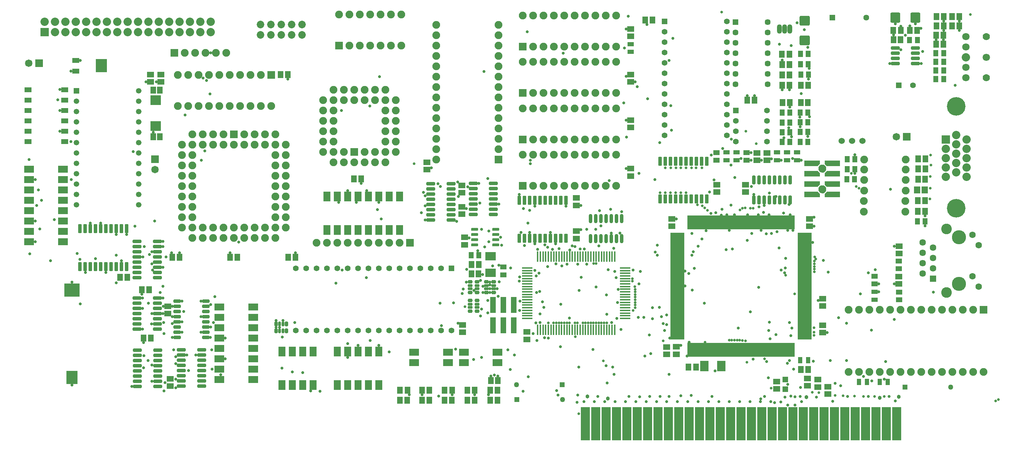
<source format=gts>
G04*
G04 #@! TF.GenerationSoftware,Altium Limited,Altium Designer,22.11.1 (43)*
G04*
G04 Layer_Color=8388736*
%FSLAX25Y25*%
%MOIN*%
G70*
G04*
G04 #@! TF.SameCoordinates,299E75B2-B623-434A-8C2F-8C8F7067A500*
G04*
G04*
G04 #@! TF.FilePolarity,Negative*
G04*
G01*
G75*
G04:AMPARAMS|DCode=22|XSize=98.43mil|YSize=15.75mil|CornerRadius=1.97mil|HoleSize=0mil|Usage=FLASHONLY|Rotation=180.000|XOffset=0mil|YOffset=0mil|HoleType=Round|Shape=RoundedRectangle|*
%AMROUNDEDRECTD22*
21,1,0.09843,0.01181,0,0,180.0*
21,1,0.09449,0.01575,0,0,180.0*
1,1,0.00394,-0.04724,0.00591*
1,1,0.00394,0.04724,0.00591*
1,1,0.00394,0.04724,-0.00591*
1,1,0.00394,-0.04724,-0.00591*
%
%ADD22ROUNDEDRECTD22*%
G04:AMPARAMS|DCode=23|XSize=98.43mil|YSize=15.75mil|CornerRadius=1.97mil|HoleSize=0mil|Usage=FLASHONLY|Rotation=90.000|XOffset=0mil|YOffset=0mil|HoleType=Round|Shape=RoundedRectangle|*
%AMROUNDEDRECTD23*
21,1,0.09843,0.01181,0,0,90.0*
21,1,0.09449,0.01575,0,0,90.0*
1,1,0.00394,0.00591,0.04724*
1,1,0.00394,0.00591,-0.04724*
1,1,0.00394,-0.00591,-0.04724*
1,1,0.00394,-0.00591,0.04724*
%
%ADD23ROUNDEDRECTD23*%
%ADD35R,0.03000X0.04000*%
G04:AMPARAMS|DCode=42|XSize=68.9mil|YSize=23.62mil|CornerRadius=2.95mil|HoleSize=0mil|Usage=FLASHONLY|Rotation=180.000|XOffset=0mil|YOffset=0mil|HoleType=Round|Shape=RoundedRectangle|*
%AMROUNDEDRECTD42*
21,1,0.06890,0.01772,0,0,180.0*
21,1,0.06299,0.02362,0,0,180.0*
1,1,0.00591,-0.03150,0.00886*
1,1,0.00591,0.03150,0.00886*
1,1,0.00591,0.03150,-0.00886*
1,1,0.00591,-0.03150,-0.00886*
%
%ADD42ROUNDEDRECTD42*%
%ADD67C,0.00000*%
%ADD68R,0.05367X0.06587*%
%ADD69R,0.05918X0.06706*%
G04:AMPARAMS|DCode=70|XSize=85.56mil|YSize=31.62mil|CornerRadius=9.91mil|HoleSize=0mil|Usage=FLASHONLY|Rotation=0.000|XOffset=0mil|YOffset=0mil|HoleType=Round|Shape=RoundedRectangle|*
%AMROUNDEDRECTD70*
21,1,0.08556,0.01181,0,0,0.0*
21,1,0.06575,0.03162,0,0,0.0*
1,1,0.01981,0.03287,-0.00591*
1,1,0.01981,-0.03287,-0.00591*
1,1,0.01981,-0.03287,0.00591*
1,1,0.01981,0.03287,0.00591*
%
%ADD70ROUNDEDRECTD70*%
%ADD71R,0.08280X0.10249*%
G04:AMPARAMS|DCode=72|XSize=85.56mil|YSize=31.62mil|CornerRadius=6.95mil|HoleSize=0mil|Usage=FLASHONLY|Rotation=0.000|XOffset=0mil|YOffset=0mil|HoleType=Round|Shape=RoundedRectangle|*
%AMROUNDEDRECTD72*
21,1,0.08556,0.01772,0,0,0.0*
21,1,0.07165,0.03162,0,0,0.0*
1,1,0.01391,0.03583,-0.00886*
1,1,0.01391,-0.03583,-0.00886*
1,1,0.01391,-0.03583,0.00886*
1,1,0.01391,0.03583,0.00886*
%
%ADD72ROUNDEDRECTD72*%
%ADD73R,0.05328X0.06509*%
%ADD74R,0.06509X0.05328*%
G04:AMPARAMS|DCode=75|XSize=70.6mil|YSize=31.62mil|CornerRadius=5.77mil|HoleSize=0mil|Usage=FLASHONLY|Rotation=180.000|XOffset=0mil|YOffset=0mil|HoleType=Round|Shape=RoundedRectangle|*
%AMROUNDEDRECTD75*
21,1,0.07060,0.02008,0,0,180.0*
21,1,0.05906,0.03162,0,0,180.0*
1,1,0.01154,-0.02953,0.01004*
1,1,0.01154,0.02953,0.01004*
1,1,0.01154,0.02953,-0.01004*
1,1,0.01154,-0.02953,-0.01004*
%
%ADD75ROUNDEDRECTD75*%
%ADD76R,0.09304X0.06784*%
%ADD77R,0.06706X0.05131*%
%ADD78R,0.04895X0.06233*%
G04:AMPARAMS|DCode=79|XSize=85.56mil|YSize=31.62mil|CornerRadius=6.95mil|HoleSize=0mil|Usage=FLASHONLY|Rotation=90.000|XOffset=0mil|YOffset=0mil|HoleType=Round|Shape=RoundedRectangle|*
%AMROUNDEDRECTD79*
21,1,0.08556,0.01772,0,0,90.0*
21,1,0.07165,0.03162,0,0,90.0*
1,1,0.01391,0.00886,0.03583*
1,1,0.01391,0.00886,-0.03583*
1,1,0.01391,-0.00886,-0.03583*
1,1,0.01391,-0.00886,0.03583*
%
%ADD79ROUNDEDRECTD79*%
%ADD80R,0.07099X0.04737*%
%ADD81R,0.10642X0.12611*%
%ADD82R,0.10249X0.08280*%
%ADD83R,0.10249X0.09461*%
G04:AMPARAMS|DCode=84|XSize=89.1mil|YSize=31.62mil|CornerRadius=6.95mil|HoleSize=0mil|Usage=FLASHONLY|Rotation=90.000|XOffset=0mil|YOffset=0mil|HoleType=Round|Shape=RoundedRectangle|*
%AMROUNDEDRECTD84*
21,1,0.08910,0.01772,0,0,90.0*
21,1,0.07520,0.03162,0,0,90.0*
1,1,0.01391,0.00886,0.03760*
1,1,0.01391,0.00886,-0.03760*
1,1,0.01391,-0.00886,-0.03760*
1,1,0.01391,-0.00886,0.03760*
%
%ADD84ROUNDEDRECTD84*%
G04:AMPARAMS|DCode=85|XSize=85.56mil|YSize=31.62mil|CornerRadius=9.91mil|HoleSize=0mil|Usage=FLASHONLY|Rotation=90.000|XOffset=0mil|YOffset=0mil|HoleType=Round|Shape=RoundedRectangle|*
%AMROUNDEDRECTD85*
21,1,0.08556,0.01181,0,0,90.0*
21,1,0.06575,0.03162,0,0,90.0*
1,1,0.01981,0.00591,0.03287*
1,1,0.01981,0.00591,-0.03287*
1,1,0.01981,-0.00591,-0.03287*
1,1,0.01981,-0.00591,0.03287*
%
%ADD85ROUNDEDRECTD85*%
%ADD86R,0.06784X0.09304*%
G04:AMPARAMS|DCode=87|XSize=44.61mil|YSize=34.77mil|CornerRadius=10.69mil|HoleSize=0mil|Usage=FLASHONLY|Rotation=0.000|XOffset=0mil|YOffset=0mil|HoleType=Round|Shape=RoundedRectangle|*
%AMROUNDEDRECTD87*
21,1,0.04461,0.01339,0,0,0.0*
21,1,0.02323,0.03477,0,0,0.0*
1,1,0.02139,0.01161,-0.00669*
1,1,0.02139,-0.01161,-0.00669*
1,1,0.02139,-0.01161,0.00669*
1,1,0.02139,0.01161,0.00669*
%
%ADD87ROUNDEDRECTD87*%
G04:AMPARAMS|DCode=88|XSize=44.61mil|YSize=26.9mil|CornerRadius=8.72mil|HoleSize=0mil|Usage=FLASHONLY|Rotation=180.000|XOffset=0mil|YOffset=0mil|HoleType=Round|Shape=RoundedRectangle|*
%AMROUNDEDRECTD88*
21,1,0.04461,0.00945,0,0,180.0*
21,1,0.02717,0.02690,0,0,180.0*
1,1,0.01745,-0.01358,0.00472*
1,1,0.01745,0.01358,0.00472*
1,1,0.01745,0.01358,-0.00472*
1,1,0.01745,-0.01358,-0.00472*
%
%ADD88ROUNDEDRECTD88*%
G04:AMPARAMS|DCode=89|XSize=44.61mil|YSize=34.77mil|CornerRadius=10.69mil|HoleSize=0mil|Usage=FLASHONLY|Rotation=270.000|XOffset=0mil|YOffset=0mil|HoleType=Round|Shape=RoundedRectangle|*
%AMROUNDEDRECTD89*
21,1,0.04461,0.01339,0,0,270.0*
21,1,0.02323,0.03477,0,0,270.0*
1,1,0.02139,-0.00669,-0.01161*
1,1,0.02139,-0.00669,0.01161*
1,1,0.02139,0.00669,0.01161*
1,1,0.02139,0.00669,-0.01161*
%
%ADD89ROUNDEDRECTD89*%
G04:AMPARAMS|DCode=90|XSize=44.61mil|YSize=26.9mil|CornerRadius=8.72mil|HoleSize=0mil|Usage=FLASHONLY|Rotation=270.000|XOffset=0mil|YOffset=0mil|HoleType=Round|Shape=RoundedRectangle|*
%AMROUNDEDRECTD90*
21,1,0.04461,0.00945,0,0,270.0*
21,1,0.02717,0.02690,0,0,270.0*
1,1,0.01745,-0.00472,-0.01358*
1,1,0.01745,-0.00472,0.01358*
1,1,0.01745,0.00472,0.01358*
1,1,0.01745,0.00472,-0.01358*
%
%ADD90ROUNDEDRECTD90*%
%ADD91R,0.06233X0.04580*%
%ADD92R,0.06233X0.04895*%
%ADD93R,0.06233X0.04422*%
%ADD94R,0.04422X0.06233*%
%ADD95R,0.06233X0.04776*%
%ADD96R,0.05328X0.05328*%
%ADD97R,0.05800X0.15288*%
%ADD98R,0.06587X0.05367*%
%ADD99R,0.05328X0.06587*%
G04:AMPARAMS|DCode=100|XSize=96.19mil|YSize=99.34mil|CornerRadius=15.02mil|HoleSize=0mil|Usage=FLASHONLY|Rotation=180.000|XOffset=0mil|YOffset=0mil|HoleType=Round|Shape=RoundedRectangle|*
%AMROUNDEDRECTD100*
21,1,0.09619,0.06929,0,0,180.0*
21,1,0.06614,0.09934,0,0,180.0*
1,1,0.03005,-0.03307,0.03465*
1,1,0.03005,0.03307,0.03465*
1,1,0.03005,0.03307,-0.03465*
1,1,0.03005,-0.03307,-0.03465*
%
%ADD100ROUNDEDRECTD100*%
G04:AMPARAMS|DCode=101|XSize=96.19mil|YSize=99.34mil|CornerRadius=15.02mil|HoleSize=0mil|Usage=FLASHONLY|Rotation=270.000|XOffset=0mil|YOffset=0mil|HoleType=Round|Shape=RoundedRectangle|*
%AMROUNDEDRECTD101*
21,1,0.09619,0.06929,0,0,270.0*
21,1,0.06614,0.09934,0,0,270.0*
1,1,0.03005,-0.03465,-0.03307*
1,1,0.03005,-0.03465,0.03307*
1,1,0.03005,0.03465,0.03307*
1,1,0.03005,0.03465,-0.03307*
%
%ADD101ROUNDEDRECTD101*%
%ADD102R,0.05721X0.06509*%
%ADD103R,0.06942X0.05682*%
%ADD104R,0.06587X0.05328*%
%ADD105R,0.14973X0.12611*%
%ADD106R,0.11036X0.12611*%
%ADD107R,0.09000X0.32000*%
%ADD108R,0.13810X0.03380*%
%ADD109R,0.03380X0.13810*%
%ADD110C,0.08000*%
%ADD111C,0.17940*%
%ADD112R,0.08000X0.08000*%
%ADD113R,0.08000X0.08000*%
%ADD114C,0.07500*%
%ADD115R,0.07500X0.07500*%
%ADD116C,0.05288*%
%ADD117R,0.05288X0.05288*%
%ADD118C,0.07611*%
%ADD119R,0.05500X0.05500*%
%ADD120C,0.05500*%
%ADD121C,0.05713*%
%ADD122R,0.05713X0.05713*%
%ADD123R,0.05500X0.05500*%
%ADD124R,0.07500X0.07500*%
%ADD125C,0.06000*%
%ADD126O,0.04895X0.08989*%
%ADD127C,0.06304*%
%ADD128C,0.13595*%
%ADD129C,0.06343*%
%ADD130R,0.06343X0.06343*%
%ADD131C,0.10249*%
%ADD132C,0.07000*%
%ADD133C,0.07090*%
%ADD134C,0.07296*%
%ADD135C,0.05000*%
%ADD136R,0.05000X0.05000*%
%ADD137C,0.07178*%
%ADD138R,0.07178X0.07178*%
%ADD139R,0.07178X0.07178*%
%ADD140R,0.05674X0.05674*%
%ADD141C,0.05674*%
%ADD142R,0.05524X0.05524*%
%ADD143C,0.05524*%
%ADD144C,0.02800*%
%ADD145C,0.02600*%
%ADD146C,0.03800*%
G36*
X754696Y209002D02*
X767460D01*
X769586Y206876D01*
Y203600D01*
X754696D01*
Y209002D01*
D02*
G37*
G36*
Y213600D02*
X767460D01*
X769586Y215726D01*
Y219002D01*
X754696D01*
Y213600D01*
D02*
G37*
G36*
X789082Y209002D02*
X776318D01*
X774192Y206876D01*
Y203600D01*
X789082D01*
Y209002D01*
D02*
G37*
G36*
Y213600D02*
X776318D01*
X774192Y215726D01*
Y219002D01*
X789082D01*
Y213600D01*
D02*
G37*
G36*
X754696Y229002D02*
X767460D01*
X769586Y226876D01*
Y223600D01*
X754696D01*
Y229002D01*
D02*
G37*
G36*
Y233600D02*
X767460D01*
X769586Y235726D01*
Y239002D01*
X754696D01*
Y233600D01*
D02*
G37*
G36*
X789082Y229002D02*
X776318D01*
X774192Y226876D01*
Y223600D01*
X789082D01*
Y229002D01*
D02*
G37*
G36*
Y233600D02*
X776318D01*
X774192Y235726D01*
Y239002D01*
X789082D01*
Y233600D01*
D02*
G37*
D22*
X487691Y86683D02*
D03*
Y89243D02*
D03*
Y91802D02*
D03*
Y94361D02*
D03*
Y96920D02*
D03*
Y99479D02*
D03*
Y102038D02*
D03*
Y104597D02*
D03*
Y107156D02*
D03*
Y109715D02*
D03*
Y112274D02*
D03*
Y114833D02*
D03*
Y117392D02*
D03*
Y119951D02*
D03*
Y125069D02*
D03*
Y127629D02*
D03*
Y132747D02*
D03*
Y135306D02*
D03*
X582179D02*
D03*
Y132747D02*
D03*
Y130187D02*
D03*
Y127629D02*
D03*
Y125069D02*
D03*
Y122510D02*
D03*
Y117392D02*
D03*
Y114833D02*
D03*
Y112274D02*
D03*
Y109715D02*
D03*
Y107156D02*
D03*
Y104597D02*
D03*
Y102038D02*
D03*
Y99479D02*
D03*
Y96920D02*
D03*
Y94361D02*
D03*
Y91802D02*
D03*
Y89243D02*
D03*
Y86683D02*
D03*
X487691Y122510D02*
D03*
X582179Y119951D02*
D03*
X487691Y130187D02*
D03*
D23*
X497829Y146428D02*
D03*
X500388D02*
D03*
X502947D02*
D03*
X505506D02*
D03*
X508065D02*
D03*
X510624D02*
D03*
X513183D02*
D03*
X515742D02*
D03*
X518301D02*
D03*
X520860D02*
D03*
X523419D02*
D03*
X525979D02*
D03*
X528538D02*
D03*
X531097D02*
D03*
X533656D02*
D03*
X536215D02*
D03*
X538774D02*
D03*
X541333D02*
D03*
X543892D02*
D03*
X546451D02*
D03*
X549010D02*
D03*
X551569D02*
D03*
X554128D02*
D03*
X556687D02*
D03*
X559246D02*
D03*
X561805D02*
D03*
X564364D02*
D03*
X566923D02*
D03*
X572042D02*
D03*
X571943Y75561D02*
D03*
X569384D02*
D03*
X564266D02*
D03*
X561707D02*
D03*
X559148D02*
D03*
X556589D02*
D03*
X554030D02*
D03*
X551471D02*
D03*
X548912D02*
D03*
X546353D02*
D03*
X543794D02*
D03*
X541234D02*
D03*
X538675D02*
D03*
X536116D02*
D03*
X533557D02*
D03*
X528439D02*
D03*
X525880D02*
D03*
X523321D02*
D03*
X520762D02*
D03*
X518203D02*
D03*
X515644D02*
D03*
X513085D02*
D03*
X510526D02*
D03*
X507967D02*
D03*
X505506D02*
D03*
X502947D02*
D03*
X500388D02*
D03*
X497829D02*
D03*
X530998D02*
D03*
X566825D02*
D03*
X569482Y146428D02*
D03*
D35*
X762141Y236301D02*
D03*
X781637D02*
D03*
X762141Y226302D02*
D03*
X781637D02*
D03*
X762141Y216301D02*
D03*
X781637D02*
D03*
X762141Y206301D02*
D03*
X781637D02*
D03*
D42*
X436923Y172530D02*
D03*
Y157530D02*
D03*
Y162530D02*
D03*
Y167530D02*
D03*
X457199Y172530D02*
D03*
Y167530D02*
D03*
Y162530D02*
D03*
Y157530D02*
D03*
D67*
X775495Y211301D02*
X775361Y212274D01*
X774970Y213175D01*
X774350Y213937D01*
X773548Y214503D01*
X772623Y214832D01*
X771643Y214899D01*
X770681Y214699D01*
X769809Y214247D01*
X769092Y213577D01*
X768581Y212738D01*
X768317Y211792D01*
Y210810D01*
X768581Y209865D01*
X769092Y209026D01*
X769809Y208355D01*
X770681Y207904D01*
X771643Y207704D01*
X772623Y207771D01*
X773548Y208100D01*
X774350Y208666D01*
X774970Y209428D01*
X775361Y210329D01*
X775495Y211301D01*
Y231301D02*
X775361Y232274D01*
X774970Y233175D01*
X774350Y233937D01*
X773548Y234503D01*
X772623Y234832D01*
X771643Y234899D01*
X770681Y234699D01*
X769809Y234247D01*
X769092Y233577D01*
X768581Y232738D01*
X768317Y231792D01*
Y230810D01*
X768581Y229865D01*
X769092Y229026D01*
X769809Y228355D01*
X770681Y227904D01*
X771643Y227704D01*
X772623Y227771D01*
X773548Y228100D01*
X774350Y228666D01*
X774970Y229428D01*
X775361Y230328D01*
X775495Y231301D01*
D68*
X863937Y190102D02*
D03*
X870866D02*
D03*
X864017Y200351D02*
D03*
X870946D02*
D03*
X864197Y220839D02*
D03*
X871126D02*
D03*
X864267Y230888D02*
D03*
X871196D02*
D03*
X864307Y240667D02*
D03*
X871236D02*
D03*
X433952Y129579D02*
D03*
X440842D02*
D03*
X433996Y138721D02*
D03*
X440886D02*
D03*
X840623Y355756D02*
D03*
X847512D02*
D03*
X863283Y364531D02*
D03*
X856354D02*
D03*
X758071Y295095D02*
D03*
X751181D02*
D03*
X733434Y311656D02*
D03*
X740324D02*
D03*
X733690Y294885D02*
D03*
X740580D02*
D03*
X733434Y321668D02*
D03*
X740324D02*
D03*
X208352Y145586D02*
D03*
X201462D02*
D03*
X751344Y37238D02*
D03*
X758273D02*
D03*
D69*
X863290Y210499D02*
D03*
X870771D02*
D03*
D70*
X131188Y106267D02*
D03*
Y101267D02*
D03*
Y96267D02*
D03*
Y91267D02*
D03*
Y86267D02*
D03*
Y76267D02*
D03*
X111699Y81267D02*
D03*
Y91267D02*
D03*
Y101267D02*
D03*
Y86267D02*
D03*
Y96267D02*
D03*
Y76267D02*
D03*
X131188Y81267D02*
D03*
X111699Y106267D02*
D03*
X455067Y216972D02*
D03*
Y186972D02*
D03*
Y191972D02*
D03*
Y196973D02*
D03*
Y201973D02*
D03*
Y206973D02*
D03*
Y211972D02*
D03*
X435579Y216972D02*
D03*
Y211972D02*
D03*
Y206973D02*
D03*
Y201973D02*
D03*
Y196973D02*
D03*
Y191972D02*
D03*
Y186972D02*
D03*
D71*
X658469Y40530D02*
D03*
X674611D02*
D03*
D72*
X112074Y21130D02*
D03*
Y56130D02*
D03*
Y51130D02*
D03*
Y46130D02*
D03*
Y41130D02*
D03*
Y36130D02*
D03*
Y31130D02*
D03*
Y26130D02*
D03*
X131562Y21130D02*
D03*
Y26130D02*
D03*
Y31130D02*
D03*
Y36130D02*
D03*
Y41130D02*
D03*
Y46130D02*
D03*
Y51130D02*
D03*
Y56130D02*
D03*
X173867Y56370D02*
D03*
Y51370D02*
D03*
Y46370D02*
D03*
Y41370D02*
D03*
Y36370D02*
D03*
Y31370D02*
D03*
Y26370D02*
D03*
Y21370D02*
D03*
X154379Y26370D02*
D03*
Y31370D02*
D03*
Y46370D02*
D03*
Y51370D02*
D03*
Y56370D02*
D03*
Y21370D02*
D03*
Y36370D02*
D03*
Y41370D02*
D03*
X842375Y332523D02*
D03*
X861823Y347523D02*
D03*
Y342523D02*
D03*
Y337523D02*
D03*
Y332523D02*
D03*
X842375Y337523D02*
D03*
Y342523D02*
D03*
Y347523D02*
D03*
X414323Y216775D02*
D03*
Y211775D02*
D03*
Y206775D02*
D03*
Y201776D02*
D03*
Y196775D02*
D03*
Y191776D02*
D03*
Y186776D02*
D03*
Y181775D02*
D03*
X394835Y186776D02*
D03*
Y191776D02*
D03*
Y196775D02*
D03*
Y206775D02*
D03*
Y211775D02*
D03*
Y216775D02*
D03*
Y181775D02*
D03*
Y201776D02*
D03*
X131330Y160900D02*
D03*
Y125900D02*
D03*
Y130900D02*
D03*
Y135900D02*
D03*
Y140900D02*
D03*
Y145900D02*
D03*
Y150900D02*
D03*
Y155900D02*
D03*
X111842Y160900D02*
D03*
Y155900D02*
D03*
Y150900D02*
D03*
Y145900D02*
D03*
Y140900D02*
D03*
Y135900D02*
D03*
Y130900D02*
D03*
Y125900D02*
D03*
D73*
X117900Y67579D02*
D03*
X124987D02*
D03*
X116375Y114235D02*
D03*
X123461D02*
D03*
X250010Y321858D02*
D03*
X257097D02*
D03*
X881695Y360092D02*
D03*
X888782D02*
D03*
X152779Y145625D02*
D03*
X145693D02*
D03*
X264279D02*
D03*
X257192D02*
D03*
X601296Y374630D02*
D03*
X608382D02*
D03*
X733170Y341652D02*
D03*
X740257D02*
D03*
X699677Y297401D02*
D03*
X706764D02*
D03*
X896874Y377862D02*
D03*
X903961D02*
D03*
X896874Y368965D02*
D03*
X903961D02*
D03*
X882008Y377900D02*
D03*
X889094D02*
D03*
X881923Y368965D02*
D03*
X889010D02*
D03*
X840445Y364604D02*
D03*
X847532D02*
D03*
X751181Y311799D02*
D03*
X758268D02*
D03*
X733257Y331641D02*
D03*
X740344D02*
D03*
X643167Y39590D02*
D03*
X650253D02*
D03*
X459024Y17401D02*
D03*
X451937D02*
D03*
X459001Y7769D02*
D03*
X451915D02*
D03*
X430004D02*
D03*
X437090D02*
D03*
X430049Y17401D02*
D03*
X437135D02*
D03*
X408160D02*
D03*
X415247D02*
D03*
X408093Y7769D02*
D03*
X415179D02*
D03*
X393268D02*
D03*
X386181D02*
D03*
X393358Y17401D02*
D03*
X386272D02*
D03*
X365057Y7735D02*
D03*
X372144D02*
D03*
X365169Y17401D02*
D03*
X372256D02*
D03*
X320671Y221210D02*
D03*
X327757D02*
D03*
X102362Y126399D02*
D03*
X95276D02*
D03*
D74*
X143549Y28363D02*
D03*
Y21277D02*
D03*
X141209Y98373D02*
D03*
Y91287D02*
D03*
X697915Y208540D02*
D03*
Y215626D02*
D03*
X587318Y365998D02*
D03*
Y358912D02*
D03*
X425249Y80276D02*
D03*
Y73190D02*
D03*
X670306Y215626D02*
D03*
Y208540D02*
D03*
X391065Y237361D02*
D03*
Y230274D02*
D03*
X124740Y314941D02*
D03*
Y322028D02*
D03*
X134802Y314941D02*
D03*
Y322028D02*
D03*
X427183Y157747D02*
D03*
Y164833D02*
D03*
X487249Y73513D02*
D03*
Y66427D02*
D03*
X424746Y187307D02*
D03*
Y194394D02*
D03*
X424746Y207926D02*
D03*
Y215013D02*
D03*
X535073Y163720D02*
D03*
Y170807D02*
D03*
X626869Y175487D02*
D03*
Y182573D02*
D03*
X587318Y314967D02*
D03*
Y322054D02*
D03*
X587318Y278109D02*
D03*
Y271023D02*
D03*
Y224115D02*
D03*
Y231202D02*
D03*
X759645Y175487D02*
D03*
Y182573D02*
D03*
X535073Y202828D02*
D03*
Y195742D02*
D03*
X777309Y13615D02*
D03*
Y20702D02*
D03*
X767760Y20405D02*
D03*
Y27492D02*
D03*
X772204Y105578D02*
D03*
Y98492D02*
D03*
X772204Y72945D02*
D03*
Y80032D02*
D03*
X631330Y59191D02*
D03*
Y52105D02*
D03*
D75*
X177883Y68397D02*
D03*
Y73397D02*
D03*
Y78397D02*
D03*
Y83397D02*
D03*
Y88397D02*
D03*
Y93397D02*
D03*
Y98397D02*
D03*
Y103397D02*
D03*
X150363Y68397D02*
D03*
Y78397D02*
D03*
Y73397D02*
D03*
Y83397D02*
D03*
Y98397D02*
D03*
Y88397D02*
D03*
Y93397D02*
D03*
Y103397D02*
D03*
D76*
X223529Y27756D02*
D03*
Y37756D02*
D03*
Y47756D02*
D03*
Y57756D02*
D03*
Y67756D02*
D03*
Y77756D02*
D03*
Y87756D02*
D03*
Y97756D02*
D03*
X191009D02*
D03*
Y87756D02*
D03*
Y77756D02*
D03*
Y67756D02*
D03*
Y57756D02*
D03*
Y47756D02*
D03*
Y37756D02*
D03*
Y27756D02*
D03*
X7829Y230570D02*
D03*
X40349D02*
D03*
X7829Y220570D02*
D03*
X40349D02*
D03*
X7829Y210570D02*
D03*
X40349D02*
D03*
X7829Y200570D02*
D03*
X40349D02*
D03*
X7829Y190570D02*
D03*
X40349D02*
D03*
X7829Y180570D02*
D03*
X40349D02*
D03*
X7829Y170570D02*
D03*
X40349D02*
D03*
X7829Y160570D02*
D03*
X40349D02*
D03*
X459087Y53855D02*
D03*
Y43855D02*
D03*
X426568D02*
D03*
Y53855D02*
D03*
X411201D02*
D03*
Y43855D02*
D03*
X378681D02*
D03*
Y53855D02*
D03*
D77*
X41873Y257456D02*
D03*
X6834D02*
D03*
X41873Y267457D02*
D03*
X6834D02*
D03*
X41873Y277456D02*
D03*
X6834D02*
D03*
X41873Y287456D02*
D03*
X6834D02*
D03*
X41873Y297457D02*
D03*
X6834D02*
D03*
X41873Y307456D02*
D03*
X6834D02*
D03*
D78*
X803165Y221008D02*
D03*
X795763D02*
D03*
X863720Y180281D02*
D03*
X871122D02*
D03*
X441142Y147686D02*
D03*
X433740D02*
D03*
X881471Y326025D02*
D03*
X888873D02*
D03*
X881471Y317669D02*
D03*
X888873D02*
D03*
X881471Y334380D02*
D03*
X888873D02*
D03*
Y342736D02*
D03*
X881471D02*
D03*
X856118Y355467D02*
D03*
X863519D02*
D03*
X751181Y321807D02*
D03*
X758583D02*
D03*
X758471Y331953D02*
D03*
X751069D02*
D03*
X758471Y342099D02*
D03*
X751069D02*
D03*
X740836Y256881D02*
D03*
X733434D02*
D03*
X758071Y257091D02*
D03*
X750669D02*
D03*
X758071Y266548D02*
D03*
X750669D02*
D03*
Y276005D02*
D03*
X758071D02*
D03*
X750669Y285461D02*
D03*
X758071D02*
D03*
X740836Y266338D02*
D03*
X733434D02*
D03*
Y275795D02*
D03*
X740836D02*
D03*
Y285251D02*
D03*
X733434D02*
D03*
X796082Y230718D02*
D03*
X803484D02*
D03*
X796082Y240350D02*
D03*
X803484D02*
D03*
D79*
X706029Y220402D02*
D03*
X711029D02*
D03*
X716029D02*
D03*
X721029D02*
D03*
X726029D02*
D03*
X731029D02*
D03*
X736029D02*
D03*
X741029D02*
D03*
X736029Y200913D02*
D03*
X731029D02*
D03*
X726029D02*
D03*
X721029D02*
D03*
X716029D02*
D03*
X711029D02*
D03*
X706029D02*
D03*
X741029D02*
D03*
D80*
X52685Y335635D02*
D03*
Y325398D02*
D03*
D81*
X77291Y330517D02*
D03*
D82*
X452463Y130483D02*
D03*
Y146625D02*
D03*
D83*
X129778Y297160D02*
D03*
Y272356D02*
D03*
D84*
X56739Y173168D02*
D03*
X61739D02*
D03*
X66739D02*
D03*
X71739D02*
D03*
X76739D02*
D03*
X81739D02*
D03*
X86739D02*
D03*
X91739D02*
D03*
X96739D02*
D03*
X101739D02*
D03*
Y136632D02*
D03*
X96739D02*
D03*
X91739D02*
D03*
X86739D02*
D03*
X81739D02*
D03*
X76739D02*
D03*
X71739D02*
D03*
X66739D02*
D03*
X61739D02*
D03*
X56739D02*
D03*
X660819Y201822D02*
D03*
X655819D02*
D03*
X650819D02*
D03*
X645819D02*
D03*
X640819D02*
D03*
X635819D02*
D03*
X630819D02*
D03*
X625819D02*
D03*
X620819D02*
D03*
X615819D02*
D03*
X620819Y238358D02*
D03*
X625819D02*
D03*
X630819D02*
D03*
X635819D02*
D03*
X640819D02*
D03*
X645819D02*
D03*
X650819D02*
D03*
X655819D02*
D03*
X660819D02*
D03*
X615819D02*
D03*
X524929Y200650D02*
D03*
X479929D02*
D03*
X514929Y164115D02*
D03*
X509929D02*
D03*
X519929Y200650D02*
D03*
X514929D02*
D03*
X509929D02*
D03*
X504929D02*
D03*
X499929D02*
D03*
X494929D02*
D03*
X489929D02*
D03*
X484929D02*
D03*
X479929Y164115D02*
D03*
X484929D02*
D03*
X489929D02*
D03*
X494929D02*
D03*
X499929D02*
D03*
X504929D02*
D03*
X519929D02*
D03*
X524929D02*
D03*
D85*
X548750Y182984D02*
D03*
X553750D02*
D03*
X558750D02*
D03*
X563750D02*
D03*
X568750D02*
D03*
X573750D02*
D03*
X578750D02*
D03*
X573750Y163496D02*
D03*
X568750D02*
D03*
X563750D02*
D03*
X558750D02*
D03*
X553750D02*
D03*
X548750D02*
D03*
X578750D02*
D03*
D86*
X344759Y22230D02*
D03*
X334759D02*
D03*
X324759D02*
D03*
X314759D02*
D03*
X304759D02*
D03*
Y54750D02*
D03*
X314759D02*
D03*
X324759D02*
D03*
X334759D02*
D03*
X344759D02*
D03*
X251441Y22230D02*
D03*
X261441D02*
D03*
X271441D02*
D03*
X281441D02*
D03*
Y54750D02*
D03*
X271441D02*
D03*
X261441D02*
D03*
X251441D02*
D03*
X364559Y204331D02*
D03*
Y171811D02*
D03*
X354559Y204331D02*
D03*
Y171811D02*
D03*
X344559Y204331D02*
D03*
Y171811D02*
D03*
X334559Y204331D02*
D03*
Y171811D02*
D03*
X324559Y204331D02*
D03*
Y171811D02*
D03*
X314559Y204331D02*
D03*
Y171811D02*
D03*
X304559Y204331D02*
D03*
Y171811D02*
D03*
X294559Y204331D02*
D03*
Y171811D02*
D03*
D87*
X432571Y111622D02*
D03*
X439422D02*
D03*
Y121858D02*
D03*
X432571D02*
D03*
X448349Y111726D02*
D03*
Y121962D02*
D03*
X455199D02*
D03*
Y111726D02*
D03*
X439422Y103924D02*
D03*
Y93688D02*
D03*
X432571D02*
D03*
Y103924D02*
D03*
D88*
X439422Y115165D02*
D03*
Y118315D02*
D03*
X432571D02*
D03*
Y115165D02*
D03*
X448349Y115270D02*
D03*
Y118419D02*
D03*
X455199D02*
D03*
Y115270D02*
D03*
X439422Y100381D02*
D03*
Y97231D02*
D03*
X432571D02*
D03*
Y100381D02*
D03*
D89*
X245522Y81438D02*
D03*
X255758D02*
D03*
Y74587D02*
D03*
X245522D02*
D03*
D90*
X249065Y81438D02*
D03*
X252215D02*
D03*
Y74587D02*
D03*
X249065D02*
D03*
D91*
X464575Y128598D02*
D03*
Y136299D02*
D03*
D92*
X845823Y134660D02*
D03*
Y142062D02*
D03*
X845867Y104534D02*
D03*
Y111935D02*
D03*
X822230Y119845D02*
D03*
Y127247D02*
D03*
D93*
X587318Y343940D02*
D03*
Y351459D02*
D03*
X747668Y246834D02*
D03*
Y239314D02*
D03*
X822230Y104644D02*
D03*
Y112164D02*
D03*
X737969Y246834D02*
D03*
Y239314D02*
D03*
X728269Y246834D02*
D03*
Y239314D02*
D03*
X689469Y246834D02*
D03*
Y239314D02*
D03*
X679770D02*
D03*
Y246834D02*
D03*
D94*
X827339Y25298D02*
D03*
X834859D02*
D03*
X807399D02*
D03*
X814919D02*
D03*
X750814Y46467D02*
D03*
X758334D02*
D03*
D95*
X699169Y246656D02*
D03*
Y239176D02*
D03*
X670070Y246656D02*
D03*
Y239176D02*
D03*
D96*
X736280Y27590D02*
D03*
Y18338D02*
D03*
D97*
X454575Y79989D02*
D03*
Y99477D02*
D03*
X464575Y79989D02*
D03*
Y99477D02*
D03*
X474575Y79989D02*
D03*
Y99477D02*
D03*
D98*
X845790Y120101D02*
D03*
Y126991D02*
D03*
X845890Y156203D02*
D03*
Y149313D02*
D03*
X718746Y239432D02*
D03*
Y246361D02*
D03*
X709046Y239432D02*
D03*
Y246361D02*
D03*
X757682Y28699D02*
D03*
Y21770D02*
D03*
D99*
X881688Y351269D02*
D03*
X888617D02*
D03*
X459444Y26663D02*
D03*
X452515D02*
D03*
D100*
X842412Y377067D02*
D03*
X861586D02*
D03*
D101*
X754882Y374079D02*
D03*
Y354906D02*
D03*
D102*
X133799Y261897D02*
D03*
X127303D02*
D03*
X127220Y306914D02*
D03*
X133716D02*
D03*
D103*
X728043Y25574D02*
D03*
Y18605D02*
D03*
D104*
X622157Y52040D02*
D03*
Y58969D02*
D03*
D105*
X48880Y113963D02*
D03*
D106*
Y29711D02*
D03*
D107*
X813589Y-14993D02*
D03*
X543589D02*
D03*
X553589D02*
D03*
X563589D02*
D03*
X573589D02*
D03*
X583589D02*
D03*
X593589D02*
D03*
X603589D02*
D03*
X613589D02*
D03*
X623589D02*
D03*
X633589D02*
D03*
X643589D02*
D03*
X653589D02*
D03*
X663589D02*
D03*
X673589D02*
D03*
X683589D02*
D03*
X693589D02*
D03*
X703589D02*
D03*
X713589D02*
D03*
X723589D02*
D03*
X733589D02*
D03*
X743589D02*
D03*
X753589D02*
D03*
X763589D02*
D03*
X773589D02*
D03*
X783589D02*
D03*
X793589D02*
D03*
X803589D02*
D03*
X823589D02*
D03*
X833589D02*
D03*
X843589D02*
D03*
D108*
X755139Y70407D02*
D03*
Y72967D02*
D03*
Y75527D02*
D03*
Y78087D02*
D03*
Y80647D02*
D03*
Y85757D02*
D03*
Y88317D02*
D03*
Y90877D02*
D03*
Y93437D02*
D03*
Y95997D02*
D03*
Y98557D02*
D03*
Y101117D02*
D03*
Y103677D02*
D03*
Y106237D02*
D03*
Y108797D02*
D03*
Y111357D02*
D03*
Y113907D02*
D03*
Y116467D02*
D03*
Y119027D02*
D03*
Y121587D02*
D03*
Y126707D02*
D03*
Y129267D02*
D03*
Y131827D02*
D03*
Y134387D02*
D03*
Y136947D02*
D03*
Y139497D02*
D03*
Y142057D02*
D03*
Y144617D02*
D03*
Y147177D02*
D03*
Y149737D02*
D03*
Y152297D02*
D03*
Y154857D02*
D03*
Y157417D02*
D03*
Y159977D02*
D03*
Y162537D02*
D03*
Y165097D02*
D03*
Y167647D02*
D03*
X632299D02*
D03*
Y165087D02*
D03*
Y162527D02*
D03*
Y159967D02*
D03*
Y157407D02*
D03*
Y154857D02*
D03*
Y152297D02*
D03*
Y149737D02*
D03*
Y147177D02*
D03*
Y144617D02*
D03*
Y142057D02*
D03*
Y139497D02*
D03*
Y136937D02*
D03*
Y134377D02*
D03*
Y131817D02*
D03*
Y129267D02*
D03*
Y126707D02*
D03*
Y124147D02*
D03*
Y121587D02*
D03*
Y119027D02*
D03*
Y113907D02*
D03*
Y111347D02*
D03*
Y108787D02*
D03*
Y106227D02*
D03*
Y103667D02*
D03*
Y101117D02*
D03*
Y98557D02*
D03*
Y95997D02*
D03*
Y93437D02*
D03*
Y90877D02*
D03*
Y88317D02*
D03*
Y85757D02*
D03*
Y83197D02*
D03*
Y80637D02*
D03*
Y78077D02*
D03*
Y75527D02*
D03*
Y72967D02*
D03*
Y70407D02*
D03*
Y67847D02*
D03*
Y116467D02*
D03*
X755139Y67847D02*
D03*
Y83207D02*
D03*
Y124147D02*
D03*
D109*
X692439Y179167D02*
D03*
X689879D02*
D03*
X687319D02*
D03*
X684759D02*
D03*
X682199D02*
D03*
X679639D02*
D03*
X677089D02*
D03*
X674529D02*
D03*
X671969D02*
D03*
X669409D02*
D03*
X666849D02*
D03*
X664289D02*
D03*
X661729D02*
D03*
X659169D02*
D03*
X656609D02*
D03*
X654049D02*
D03*
X651499D02*
D03*
X648939D02*
D03*
X738499D02*
D03*
X735939D02*
D03*
X733389D02*
D03*
X730829D02*
D03*
X728269D02*
D03*
X725709D02*
D03*
X718029D02*
D03*
X715469D02*
D03*
X712909D02*
D03*
X710349D02*
D03*
X707799D02*
D03*
X705239D02*
D03*
X702679D02*
D03*
X697559D02*
D03*
X648939Y56327D02*
D03*
X651499D02*
D03*
X654049D02*
D03*
X659169D02*
D03*
X664289D02*
D03*
X666849D02*
D03*
X669409D02*
D03*
X671969D02*
D03*
X674529D02*
D03*
X677089D02*
D03*
X679639D02*
D03*
X682199D02*
D03*
X684759D02*
D03*
X687319D02*
D03*
X689879D02*
D03*
X692439D02*
D03*
X694999D02*
D03*
X697559D02*
D03*
X702679D02*
D03*
X705239D02*
D03*
X707789D02*
D03*
X710349D02*
D03*
X712909D02*
D03*
X715469D02*
D03*
X718029D02*
D03*
X720589D02*
D03*
X723149D02*
D03*
X725709D02*
D03*
X728269D02*
D03*
X730829D02*
D03*
X733379D02*
D03*
X735939D02*
D03*
X738499D02*
D03*
X741059D02*
D03*
X694999Y179167D02*
D03*
X643819Y56327D02*
D03*
X656609D02*
D03*
X646379D02*
D03*
X661729D02*
D03*
X700119D02*
D03*
X646379Y179167D02*
D03*
X643819D02*
D03*
X741059D02*
D03*
X720589D02*
D03*
X700119D02*
D03*
X723149D02*
D03*
X743619Y56327D02*
D03*
Y179167D02*
D03*
D110*
X901000Y263740D02*
D03*
Y254720D02*
D03*
Y245700D02*
D03*
Y227670D02*
D03*
X891000Y223160D02*
D03*
Y241200D02*
D03*
Y250250D02*
D03*
X911000Y223160D02*
D03*
Y232180D02*
D03*
Y241200D02*
D03*
Y250250D02*
D03*
Y259270D02*
D03*
X901000Y236690D02*
D03*
X891000Y232180D02*
D03*
X112719Y363090D02*
D03*
X122719D02*
D03*
X92719D02*
D03*
X142719D02*
D03*
X162719D02*
D03*
X132719D02*
D03*
X42719D02*
D03*
X52719D02*
D03*
X82719D02*
D03*
X72719D02*
D03*
X172719D02*
D03*
X182719Y373090D02*
D03*
Y363090D02*
D03*
X172719Y373090D02*
D03*
X162719D02*
D03*
X152719D02*
D03*
Y363090D02*
D03*
X142719Y373090D02*
D03*
X132719D02*
D03*
X122719D02*
D03*
X112719D02*
D03*
X102719D02*
D03*
Y363090D02*
D03*
X92719Y373090D02*
D03*
X82719D02*
D03*
X72719D02*
D03*
X62719D02*
D03*
Y363090D02*
D03*
X52719Y373090D02*
D03*
X42719D02*
D03*
X32719D02*
D03*
Y363090D02*
D03*
X22719Y373090D02*
D03*
X910417Y338799D02*
D03*
D111*
X901000Y291370D02*
D03*
Y192990D02*
D03*
D112*
X891000Y259270D02*
D03*
D113*
X22719Y363090D02*
D03*
D114*
X460176Y370061D02*
D03*
Y250061D02*
D03*
Y260061D02*
D03*
Y270061D02*
D03*
Y280061D02*
D03*
Y290061D02*
D03*
Y300061D02*
D03*
Y310061D02*
D03*
Y320061D02*
D03*
Y330061D02*
D03*
Y340061D02*
D03*
Y350061D02*
D03*
Y360061D02*
D03*
X400176Y370061D02*
D03*
Y360061D02*
D03*
Y350061D02*
D03*
Y340061D02*
D03*
Y330061D02*
D03*
Y320061D02*
D03*
Y310061D02*
D03*
Y300061D02*
D03*
Y290061D02*
D03*
Y280061D02*
D03*
Y270061D02*
D03*
Y260061D02*
D03*
Y250061D02*
D03*
Y240061D02*
D03*
X852371Y230298D02*
D03*
X812371D02*
D03*
X215051Y254355D02*
D03*
Y264355D02*
D03*
X225051Y254355D02*
D03*
X235051D02*
D03*
Y264355D02*
D03*
X245051Y254355D02*
D03*
Y264355D02*
D03*
X255051Y254355D02*
D03*
Y244355D02*
D03*
X245051Y234355D02*
D03*
X255051D02*
D03*
X245051Y224355D02*
D03*
Y214355D02*
D03*
X255051D02*
D03*
X245051Y204355D02*
D03*
Y194355D02*
D03*
X255051D02*
D03*
X245051Y184355D02*
D03*
X255051D02*
D03*
Y174355D02*
D03*
X245051Y164355D02*
D03*
X235051Y174355D02*
D03*
Y164355D02*
D03*
X225051Y174355D02*
D03*
Y164355D02*
D03*
X215051Y174355D02*
D03*
Y164355D02*
D03*
X195051Y174355D02*
D03*
Y164355D02*
D03*
X185051Y174355D02*
D03*
Y164355D02*
D03*
X175051D02*
D03*
X165051Y174355D02*
D03*
Y164355D02*
D03*
X155051Y174355D02*
D03*
X165051Y184355D02*
D03*
X155051D02*
D03*
X165051Y194355D02*
D03*
X155051D02*
D03*
Y204355D02*
D03*
X165051Y214355D02*
D03*
X155051D02*
D03*
X165051Y224355D02*
D03*
Y234355D02*
D03*
X155051D02*
D03*
X165051Y244355D02*
D03*
Y254355D02*
D03*
X155051D02*
D03*
X175051D02*
D03*
Y264355D02*
D03*
X185051Y254355D02*
D03*
Y264355D02*
D03*
X195051Y254355D02*
D03*
Y264355D02*
D03*
X205051Y254355D02*
D03*
X155051Y244355D02*
D03*
Y224355D02*
D03*
X165051Y264355D02*
D03*
Y204355D02*
D03*
X205051Y174355D02*
D03*
X175051D02*
D03*
X205051Y164355D02*
D03*
X225051Y264355D02*
D03*
X245051Y244355D02*
D03*
Y174355D02*
D03*
X255051Y224355D02*
D03*
Y204355D02*
D03*
X231092Y291703D02*
D03*
X221092D02*
D03*
X211092D02*
D03*
X201092D02*
D03*
X191092D02*
D03*
X181092D02*
D03*
X171092D02*
D03*
X161092D02*
D03*
X151092D02*
D03*
Y321703D02*
D03*
X161092D02*
D03*
X171092D02*
D03*
X181092D02*
D03*
X191092D02*
D03*
X201092D02*
D03*
X211092D02*
D03*
X221092D02*
D03*
X231092D02*
D03*
X241092Y291703D02*
D03*
X366451Y349811D02*
D03*
X306451Y379811D02*
D03*
X316451D02*
D03*
X326451D02*
D03*
X336451D02*
D03*
X346451D02*
D03*
X356451D02*
D03*
X366451D02*
D03*
X356451Y349811D02*
D03*
X346451D02*
D03*
X336451D02*
D03*
X326451D02*
D03*
X316451D02*
D03*
X301125Y307329D02*
D03*
X331125D02*
D03*
X321125Y297329D02*
D03*
X341125D02*
D03*
X321125Y237329D02*
D03*
X311125Y247329D02*
D03*
Y237329D02*
D03*
X301125Y247329D02*
D03*
Y237329D02*
D03*
X291125Y247329D02*
D03*
X301125Y257329D02*
D03*
X291125D02*
D03*
X301125Y267329D02*
D03*
X291125D02*
D03*
X301125Y277329D02*
D03*
X291125D02*
D03*
X301125Y287329D02*
D03*
X291125D02*
D03*
X301125Y297329D02*
D03*
X291125D02*
D03*
X311125D02*
D03*
Y307329D02*
D03*
X321125D02*
D03*
X331125Y297329D02*
D03*
X341125Y307329D02*
D03*
X351125Y297329D02*
D03*
Y307329D02*
D03*
X361125Y297329D02*
D03*
X351125Y287329D02*
D03*
X361125D02*
D03*
X351125Y277329D02*
D03*
X361125D02*
D03*
X351125Y267329D02*
D03*
X361125D02*
D03*
X351125Y257329D02*
D03*
X361125D02*
D03*
X351125Y247329D02*
D03*
X361125D02*
D03*
X351125Y237329D02*
D03*
X341125Y247329D02*
D03*
Y237329D02*
D03*
X331125Y247329D02*
D03*
Y237329D02*
D03*
X797339Y95067D02*
D03*
X847339Y35067D02*
D03*
X917339Y95067D02*
D03*
X907339D02*
D03*
X897339D02*
D03*
X887339D02*
D03*
X877339D02*
D03*
X867339D02*
D03*
X857339D02*
D03*
X847339D02*
D03*
X837339D02*
D03*
X827339D02*
D03*
X817339D02*
D03*
X807339D02*
D03*
X797339Y35067D02*
D03*
X807339D02*
D03*
X817339D02*
D03*
X827339D02*
D03*
X837339D02*
D03*
X857339D02*
D03*
X867339D02*
D03*
X877339D02*
D03*
X887339D02*
D03*
X897339D02*
D03*
X907339D02*
D03*
X917339D02*
D03*
X927339D02*
D03*
X493485Y244686D02*
D03*
X503485D02*
D03*
X513485D02*
D03*
X533485D02*
D03*
X543485D02*
D03*
X553485D02*
D03*
X563485D02*
D03*
X573485D02*
D03*
Y214686D02*
D03*
X563485D02*
D03*
X553485D02*
D03*
X543485D02*
D03*
X533485D02*
D03*
X523485D02*
D03*
X513485D02*
D03*
X503485D02*
D03*
X493485D02*
D03*
X483485Y244686D02*
D03*
X523485D02*
D03*
Y289451D02*
D03*
X483485D02*
D03*
X493485Y259451D02*
D03*
X503485D02*
D03*
X513485D02*
D03*
X523485D02*
D03*
X533485D02*
D03*
X543485D02*
D03*
X553485D02*
D03*
X563485D02*
D03*
X573485D02*
D03*
Y289451D02*
D03*
X563485D02*
D03*
X553485D02*
D03*
X543485D02*
D03*
X533485D02*
D03*
X513485D02*
D03*
X503485D02*
D03*
X493485D02*
D03*
X523485Y378981D02*
D03*
X483485D02*
D03*
X493485D02*
D03*
X503485D02*
D03*
X513485D02*
D03*
X533485D02*
D03*
X543485D02*
D03*
X553485D02*
D03*
X563485D02*
D03*
X573485D02*
D03*
Y348981D02*
D03*
X563485D02*
D03*
X553485D02*
D03*
X543485D02*
D03*
X533485D02*
D03*
X523485D02*
D03*
X513485D02*
D03*
X503485D02*
D03*
X493485D02*
D03*
X483485Y334216D02*
D03*
X523485D02*
D03*
X493485Y304216D02*
D03*
X503485D02*
D03*
X513485D02*
D03*
X523485D02*
D03*
X533485D02*
D03*
X543485D02*
D03*
X553485D02*
D03*
X563485D02*
D03*
X573485D02*
D03*
Y334216D02*
D03*
X563485D02*
D03*
X553485D02*
D03*
X543485D02*
D03*
X533485D02*
D03*
X513485D02*
D03*
X503485D02*
D03*
X493485D02*
D03*
X364529Y159802D02*
D03*
X354529D02*
D03*
X344529D02*
D03*
X334529D02*
D03*
X324529D02*
D03*
X314529D02*
D03*
X304529D02*
D03*
X294529D02*
D03*
X284529D02*
D03*
X157789Y342868D02*
D03*
X167789D02*
D03*
X177789D02*
D03*
X187789D02*
D03*
X197789D02*
D03*
X852041Y189570D02*
D03*
X812041D02*
D03*
X852121Y199805D02*
D03*
X812121D02*
D03*
X852221Y209879D02*
D03*
X812221D02*
D03*
X812301Y220264D02*
D03*
X852301D02*
D03*
X812411Y240063D02*
D03*
X852411D02*
D03*
D115*
X460176Y240061D02*
D03*
X205051Y264355D02*
D03*
X321125Y247329D02*
D03*
D116*
X113453Y196341D02*
D03*
Y226341D02*
D03*
X53453Y196341D02*
D03*
X113453Y306341D02*
D03*
Y296341D02*
D03*
Y286341D02*
D03*
Y276341D02*
D03*
Y266341D02*
D03*
Y256341D02*
D03*
Y246341D02*
D03*
Y236341D02*
D03*
Y216341D02*
D03*
Y206341D02*
D03*
X53453D02*
D03*
Y216341D02*
D03*
Y226341D02*
D03*
Y236341D02*
D03*
Y246341D02*
D03*
Y256341D02*
D03*
Y266341D02*
D03*
Y276341D02*
D03*
Y286341D02*
D03*
Y296341D02*
D03*
D117*
Y306341D02*
D03*
D118*
X771889Y211301D02*
D03*
Y231301D02*
D03*
D119*
X414558Y134981D02*
D03*
D120*
X404558D02*
D03*
X394558D02*
D03*
X384558D02*
D03*
X374558D02*
D03*
X364558D02*
D03*
X354558D02*
D03*
X344558D02*
D03*
X334558D02*
D03*
X324558D02*
D03*
X314558D02*
D03*
X304558D02*
D03*
X294558D02*
D03*
X284558D02*
D03*
X274558D02*
D03*
X264558Y74981D02*
D03*
X274558D02*
D03*
X284558D02*
D03*
X294558D02*
D03*
X304558D02*
D03*
X314558D02*
D03*
X324558D02*
D03*
X334558D02*
D03*
X344558D02*
D03*
X354558D02*
D03*
X364558D02*
D03*
X374558D02*
D03*
X384558D02*
D03*
X394558D02*
D03*
X404558D02*
D03*
X414558D02*
D03*
X264558Y134981D02*
D03*
X718557Y287231D02*
D03*
Y277231D02*
D03*
Y257231D02*
D03*
X688557D02*
D03*
Y267231D02*
D03*
Y277231D02*
D03*
X718557Y267231D02*
D03*
X620169Y263270D02*
D03*
X680169Y373270D02*
D03*
Y363270D02*
D03*
Y353270D02*
D03*
Y343270D02*
D03*
Y333270D02*
D03*
Y323270D02*
D03*
Y313270D02*
D03*
Y303270D02*
D03*
Y293270D02*
D03*
Y283270D02*
D03*
Y273270D02*
D03*
Y263270D02*
D03*
X620169Y273270D02*
D03*
Y283270D02*
D03*
Y293270D02*
D03*
Y303270D02*
D03*
Y313270D02*
D03*
Y323270D02*
D03*
Y333270D02*
D03*
Y343270D02*
D03*
Y353270D02*
D03*
Y363270D02*
D03*
D121*
X719450Y372801D02*
D03*
Y362802D02*
D03*
Y352801D02*
D03*
Y342801D02*
D03*
Y332802D02*
D03*
Y322801D02*
D03*
Y312802D02*
D03*
X688190D02*
D03*
Y322801D02*
D03*
Y332802D02*
D03*
Y342801D02*
D03*
Y352801D02*
D03*
Y362802D02*
D03*
D122*
Y372801D02*
D03*
D123*
X688557Y287231D02*
D03*
X620169Y373270D02*
D03*
D124*
X241092Y321703D02*
D03*
X306451Y349811D02*
D03*
X927339Y95067D02*
D03*
X483485Y214686D02*
D03*
Y259451D02*
D03*
X483485Y348981D02*
D03*
Y304216D02*
D03*
X374529Y159802D02*
D03*
X147789Y342868D02*
D03*
D125*
X790639Y258017D02*
D03*
X800639D02*
D03*
X810639D02*
D03*
D126*
X735659Y365990D02*
D03*
X740659D02*
D03*
X730659D02*
D03*
D127*
X922830Y157240D02*
D03*
X916846Y167240D02*
D03*
X922830Y117437D02*
D03*
X916846Y127437D02*
D03*
D128*
X903539Y164838D02*
D03*
Y119838D02*
D03*
D129*
X878578Y154858D02*
D03*
X868578Y149858D02*
D03*
X878578Y144858D02*
D03*
X868578Y139858D02*
D03*
X878578Y134819D02*
D03*
X868578Y129819D02*
D03*
Y159858D02*
D03*
D130*
X878578Y124819D02*
D03*
D131*
X891531Y111728D02*
D03*
Y172949D02*
D03*
D132*
X930107Y319109D02*
D03*
Y358489D02*
D03*
D133*
X910417Y319109D02*
D03*
Y328959D02*
D03*
Y348639D02*
D03*
Y358489D02*
D03*
X930107Y338799D02*
D03*
D134*
X230829Y360398D02*
D03*
X240829D02*
D03*
Y370397D02*
D03*
X250829D02*
D03*
Y360398D02*
D03*
X260829Y370397D02*
D03*
Y360398D02*
D03*
X270829Y370397D02*
D03*
Y360398D02*
D03*
X230829Y370397D02*
D03*
D135*
X521539Y8305D02*
D03*
X895843Y20366D02*
D03*
X477511Y22764D02*
D03*
D136*
X477539Y8305D02*
D03*
X851843Y20366D02*
D03*
X521511Y22764D02*
D03*
D137*
X128919Y230370D02*
D03*
X7469Y332900D02*
D03*
X843327Y262100D02*
D03*
D138*
X128919Y240370D02*
D03*
D139*
X17469Y332900D02*
D03*
X853327Y262100D02*
D03*
D140*
X781562Y376874D02*
D03*
D141*
X814208D02*
D03*
D142*
X845669Y311727D02*
D03*
D143*
X859449D02*
D03*
D144*
X738589Y2986D02*
D03*
X757940Y348170D02*
D03*
X733434Y319924D02*
D03*
X733257Y335999D02*
D03*
X735751Y130639D02*
D03*
X842341Y7087D02*
D03*
X752020Y6367D02*
D03*
X542241D02*
D03*
X736559Y144617D02*
D03*
X736340Y135466D02*
D03*
X732426Y133254D02*
D03*
X727240Y71025D02*
D03*
X460740Y121962D02*
D03*
X539651Y126388D02*
D03*
X106696Y21130D02*
D03*
X48880Y22306D02*
D03*
X816316Y11447D02*
D03*
X836322D02*
D03*
X819719Y26314D02*
D03*
X831659Y27915D02*
D03*
X497070Y65299D02*
D03*
X515970Y17050D02*
D03*
X535540Y5799D02*
D03*
X441990Y198049D02*
D03*
X389440Y195199D02*
D03*
X471540Y135399D02*
D03*
X451740Y121630D02*
D03*
X483526Y16159D02*
D03*
X519685Y59154D02*
D03*
X488604Y30266D02*
D03*
X402240Y11547D02*
D03*
X386272Y13047D02*
D03*
X373856Y13047D02*
D03*
X278940Y16499D02*
D03*
X7680Y239960D02*
D03*
X18127Y172977D02*
D03*
X13569Y180570D02*
D03*
X13540Y160570D02*
D03*
X740027Y196537D02*
D03*
X808758Y110302D02*
D03*
X803484Y244567D02*
D03*
X803484Y226502D02*
D03*
X750410Y281110D02*
D03*
X751590Y303650D02*
D03*
X741950Y349990D02*
D03*
X730730Y351260D02*
D03*
X754840Y365450D02*
D03*
X840623Y360150D02*
D03*
X852040Y359940D02*
D03*
X847540Y368761D02*
D03*
X856354Y368925D02*
D03*
X842412Y371000D02*
D03*
X747640Y371999D02*
D03*
X480190Y126630D02*
D03*
X647810Y151000D02*
D03*
X639540Y132154D02*
D03*
X643228Y130054D02*
D03*
X652379Y156226D02*
D03*
X595440Y120120D02*
D03*
X451750Y118860D02*
D03*
X136690Y91300D02*
D03*
X117910Y38880D02*
D03*
X107953Y247643D02*
D03*
X303440Y120599D02*
D03*
X314690Y62199D02*
D03*
X309500Y133430D02*
D03*
X443691Y172530D02*
D03*
X463070Y157360D02*
D03*
X480360Y94150D02*
D03*
X479930Y122510D02*
D03*
X495100Y132820D02*
D03*
X515310Y139350D02*
D03*
X507265Y155299D02*
D03*
X520860Y137299D02*
D03*
X518270Y153810D02*
D03*
X538810Y153660D02*
D03*
X542790Y153650D02*
D03*
X589620Y133260D02*
D03*
X504325Y68086D02*
D03*
X574790Y101910D02*
D03*
X564140Y109199D02*
D03*
X574130Y86633D02*
D03*
X569130Y82550D02*
D03*
X496110Y82330D02*
D03*
X578570Y189750D02*
D03*
X556696Y156511D02*
D03*
X683900Y196109D02*
D03*
X675489Y191899D02*
D03*
X664649Y188031D02*
D03*
X669440Y188699D02*
D03*
X421280Y204167D02*
D03*
X626128Y292112D02*
D03*
X734690Y188230D02*
D03*
X727255Y204314D02*
D03*
X504830Y157570D02*
D03*
X176890Y248240D02*
D03*
X740180Y45932D02*
D03*
X741730Y69999D02*
D03*
X744240Y37699D02*
D03*
X721140Y82999D02*
D03*
X777730Y131187D02*
D03*
X209840Y160180D02*
D03*
X721840Y66890D02*
D03*
X705250Y47150D02*
D03*
X720114Y29316D02*
D03*
X620160Y75100D02*
D03*
X183628Y56241D02*
D03*
X436493Y113499D02*
D03*
X443560Y95600D02*
D03*
X56910Y100650D02*
D03*
X526060Y139030D02*
D03*
X536200Y138970D02*
D03*
X445040Y111726D02*
D03*
X425140Y110599D02*
D03*
X426040Y114822D02*
D03*
X612870Y147540D02*
D03*
X664980Y244245D02*
D03*
X429320Y134120D02*
D03*
X675950Y250800D02*
D03*
X454440Y137199D02*
D03*
X581353Y347543D02*
D03*
X430240Y213599D02*
D03*
X420831Y218337D02*
D03*
X403940Y213899D02*
D03*
X91530Y120990D02*
D03*
X703640Y214070D02*
D03*
X452515Y31057D02*
D03*
X456120Y31810D02*
D03*
X643819Y63732D02*
D03*
X563740Y41049D02*
D03*
X570050Y39750D02*
D03*
X571240Y32499D02*
D03*
X173740Y239399D02*
D03*
X144913Y149980D02*
D03*
X624940Y67799D02*
D03*
X658440Y101299D02*
D03*
X663440Y208540D02*
D03*
X764000Y175487D02*
D03*
X811740Y30499D02*
D03*
X595240Y226799D02*
D03*
X715469Y189099D02*
D03*
X603833Y298699D02*
D03*
X710349Y186599D02*
D03*
X703985Y168743D02*
D03*
X490540Y239299D02*
D03*
X682199Y171799D02*
D03*
X732440Y239299D02*
D03*
X646340Y147699D02*
D03*
X566764Y219699D02*
D03*
X742540Y77299D02*
D03*
X787781Y87199D02*
D03*
X833140Y45099D02*
D03*
X490540Y235899D02*
D03*
X606640Y52534D02*
D03*
X122440Y46099D02*
D03*
X685240Y153599D02*
D03*
X745640Y10899D02*
D03*
X332540Y125999D02*
D03*
X816440Y130499D02*
D03*
X823140Y133699D02*
D03*
X648740Y134999D02*
D03*
X613140Y157299D02*
D03*
X626540Y268399D02*
D03*
X683940Y234799D02*
D03*
X646640Y113907D02*
D03*
X723140Y240699D02*
D03*
X37440Y307499D02*
D03*
X13540Y220570D02*
D03*
X35340Y297499D02*
D03*
X536240Y12699D02*
D03*
X517440D02*
D03*
X19840Y200570D02*
D03*
X186640Y107599D02*
D03*
X738840Y23099D02*
D03*
X181940Y303299D02*
D03*
X157940Y282899D02*
D03*
X494940Y195121D02*
D03*
X494929Y158599D02*
D03*
X345340Y320061D02*
D03*
X867040Y366799D02*
D03*
X759340Y327914D02*
D03*
X739740Y270578D02*
D03*
X730440Y154499D02*
D03*
X512140Y153399D02*
D03*
X533640Y156099D02*
D03*
X449640Y104099D02*
D03*
X480840Y103399D02*
D03*
X245540Y77899D02*
D03*
X416640Y101599D02*
D03*
X497829Y153349D02*
D03*
X47998Y257456D02*
D03*
X750540Y11199D02*
D03*
X879040Y111935D02*
D03*
X544940Y138899D02*
D03*
X537590Y113549D02*
D03*
X572040Y131999D02*
D03*
X440140Y151899D02*
D03*
X261441Y34999D02*
D03*
X249040Y78099D02*
D03*
X182540Y99999D02*
D03*
X76740Y178699D02*
D03*
X173240Y103397D02*
D03*
X66739Y178699D02*
D03*
X48040Y325399D02*
D03*
X122640Y101267D02*
D03*
X182540Y78397D02*
D03*
X196740Y47756D02*
D03*
X344759Y60499D02*
D03*
X837777Y211162D02*
D03*
X594840Y87599D02*
D03*
X487640Y363270D02*
D03*
X545040Y172609D02*
D03*
X175240Y318799D02*
D03*
X484140Y192699D02*
D03*
X537240Y39499D02*
D03*
X15040Y195699D02*
D03*
X37440Y267457D02*
D03*
X500040Y82659D02*
D03*
X703340Y239199D02*
D03*
X655940Y163299D02*
D03*
X779740Y45899D02*
D03*
X762540Y159977D02*
D03*
X738340Y43299D02*
D03*
X712740Y8899D02*
D03*
X600940Y50399D02*
D03*
X118471Y50599D02*
D03*
X668540Y35999D02*
D03*
X624240Y32599D02*
D03*
X693625Y240914D02*
D03*
X596740Y131999D02*
D03*
X584940Y378299D02*
D03*
X687840Y222499D02*
D03*
X674529Y186399D02*
D03*
X608440Y86299D02*
D03*
X721029Y207499D02*
D03*
X489929Y191110D02*
D03*
X718440Y44899D02*
D03*
X489929Y169699D02*
D03*
X446540Y155499D02*
D03*
X507340Y136799D02*
D03*
X716029Y195510D02*
D03*
X520140Y100299D02*
D03*
X168440Y51370D02*
D03*
X528439Y86999D02*
D03*
X502440Y102499D02*
D03*
X496640Y111799D02*
D03*
X126840Y133399D02*
D03*
X503840Y97399D02*
D03*
X182840Y342899D02*
D03*
X401669Y216775D02*
D03*
X138640Y24699D02*
D03*
X551140Y56599D02*
D03*
X553740Y172599D02*
D03*
X679440Y152999D02*
D03*
X442740Y123441D02*
D03*
X460440Y196999D02*
D03*
X605240Y70499D02*
D03*
X600101Y87538D02*
D03*
X568750Y168899D02*
D03*
X577940Y75999D02*
D03*
X608440Y96899D02*
D03*
X699782Y161996D02*
D03*
X635685Y60791D02*
D03*
X458540Y115270D02*
D03*
X528540Y152717D02*
D03*
X444640Y128883D02*
D03*
X496240Y127629D02*
D03*
X499840Y112599D02*
D03*
X531097Y156599D02*
D03*
X451685Y111599D02*
D03*
X459540Y107999D02*
D03*
X462140Y164999D02*
D03*
X336359Y65299D02*
D03*
X451640Y115299D02*
D03*
X324759Y60499D02*
D03*
X445040Y117599D02*
D03*
X868840Y344399D02*
D03*
X861540Y370999D02*
D03*
X48190Y220649D02*
D03*
X48880Y121599D02*
D03*
X126109Y26130D02*
D03*
X471340Y37455D02*
D03*
X134040Y111699D02*
D03*
X28340Y142299D02*
D03*
X123840Y148399D02*
D03*
X475440Y51299D02*
D03*
X564840Y24299D02*
D03*
X8240Y148999D02*
D03*
X139740Y145900D02*
D03*
X149069Y27920D02*
D03*
X469040Y56399D02*
D03*
X149040Y49599D02*
D03*
X459440Y31099D02*
D03*
X109540Y175699D02*
D03*
X354740Y54399D02*
D03*
X449575Y91999D02*
D03*
X136540Y117499D02*
D03*
X54140Y149199D02*
D03*
X751140Y19899D02*
D03*
X125940Y139299D02*
D03*
X56739Y143799D02*
D03*
X343440Y191799D02*
D03*
X404940Y79599D02*
D03*
X62040Y131099D02*
D03*
X500040Y90899D02*
D03*
X507940Y67599D02*
D03*
X71739Y144299D02*
D03*
X136740Y135900D02*
D03*
X137440Y82667D02*
D03*
X615040Y97199D02*
D03*
X145733Y81597D02*
D03*
X161357Y36370D02*
D03*
X484929Y156999D02*
D03*
X429040Y121599D02*
D03*
X288140Y16399D02*
D03*
X687240Y186599D02*
D03*
X718029Y168278D02*
D03*
X37440Y287456D02*
D03*
X16740Y210570D02*
D03*
X137595Y16477D02*
D03*
X773040Y142699D02*
D03*
X738540Y171799D02*
D03*
X308540Y287299D02*
D03*
X125872Y91299D02*
D03*
X126140Y41499D02*
D03*
X442540Y88899D02*
D03*
X436140Y46855D02*
D03*
X493204Y71913D02*
D03*
X118840Y155899D02*
D03*
X558750Y175899D02*
D03*
X567950Y192099D02*
D03*
X611040Y150699D02*
D03*
X580840Y294499D02*
D03*
X617140Y88399D02*
D03*
X618740Y81597D02*
D03*
X660040Y171199D02*
D03*
X743240Y240899D02*
D03*
X450337Y13047D02*
D03*
X251640Y68724D02*
D03*
X684340Y259699D02*
D03*
X624340Y335499D02*
D03*
X522240Y342599D02*
D03*
X751840Y239299D02*
D03*
X679915Y186599D02*
D03*
X403640Y101199D02*
D03*
X450549Y170839D02*
D03*
X593840Y310199D02*
D03*
X627940Y357099D02*
D03*
X583340Y261599D02*
D03*
X96740Y142199D02*
D03*
X173253Y88197D02*
D03*
X387840Y208399D02*
D03*
X347140Y182599D02*
D03*
X445940Y325099D02*
D03*
X564240Y90699D02*
D03*
X443740Y48999D02*
D03*
X720440Y75099D02*
D03*
X314740Y48999D02*
D03*
X263540Y82499D02*
D03*
X554030Y116809D02*
D03*
X481740Y169699D02*
D03*
X575340Y114699D02*
D03*
X420894Y81876D02*
D03*
X565740Y133499D02*
D03*
X573210Y126029D02*
D03*
X728269Y170299D02*
D03*
X610540Y220599D02*
D03*
X712909Y171799D02*
D03*
X764000Y184173D02*
D03*
X723149Y168562D02*
D03*
X32040Y181899D02*
D03*
X639704Y118067D02*
D03*
X192240Y32299D02*
D03*
X182512Y68397D02*
D03*
X184040Y37756D02*
D03*
X173253Y73397D02*
D03*
X252240Y84799D02*
D03*
X271441Y34199D02*
D03*
X149001Y19770D02*
D03*
X733397Y307299D02*
D03*
X591640Y314967D02*
D03*
X582963Y320454D02*
D03*
X759671Y281244D02*
D03*
X615340Y256269D02*
D03*
X602896Y370276D02*
D03*
X539427Y172407D02*
D03*
X735034Y261098D02*
D03*
X385740Y188575D02*
D03*
X336140Y291699D02*
D03*
X450640Y160548D02*
D03*
X147040Y56370D02*
D03*
X101739Y167599D02*
D03*
X156593Y93397D02*
D03*
X137769Y72045D02*
D03*
X557240Y190699D02*
D03*
X819240Y75199D02*
D03*
X841440Y85599D02*
D03*
X498913Y130187D02*
D03*
X178540Y316299D02*
D03*
X667551Y220426D02*
D03*
X418740Y56855D02*
D03*
X159740Y51370D02*
D03*
X91740Y167599D02*
D03*
X577150Y168874D02*
D03*
X201462Y149999D02*
D03*
X395419Y231874D02*
D03*
X306159Y198579D02*
D03*
X571082Y154449D02*
D03*
X711029Y194410D02*
D03*
X710740Y116699D02*
D03*
X690940Y77399D02*
D03*
X706040Y206299D02*
D03*
X419640Y180399D02*
D03*
X488340Y178799D02*
D03*
X322959Y198579D02*
D03*
X332959Y210083D02*
D03*
X795340Y82099D02*
D03*
Y45899D02*
D03*
X702519Y93122D02*
D03*
X622140Y80637D02*
D03*
Y89999D02*
D03*
X389457Y204976D02*
D03*
X763240Y45299D02*
D03*
X136740Y155899D02*
D03*
X431537Y164147D02*
D03*
X91740Y147799D02*
D03*
X125940Y150900D02*
D03*
X117240Y145899D02*
D03*
X128540Y180799D02*
D03*
X641740Y50300D02*
D03*
X449689Y221773D02*
D03*
X440940Y216972D02*
D03*
X429100Y192794D02*
D03*
X847740Y345899D02*
D03*
X460359Y137899D02*
D03*
X713440Y239399D02*
D03*
X703425Y246656D02*
D03*
X251441Y38699D02*
D03*
X245522Y84799D02*
D03*
X767850Y103978D02*
D03*
X81739Y131099D02*
D03*
X196740Y67799D02*
D03*
X185438Y82799D02*
D03*
X881640Y355699D02*
D03*
X867265Y332499D02*
D03*
X136540Y106299D02*
D03*
X149001Y42970D02*
D03*
X699640Y301799D02*
D03*
X750640Y271799D02*
D03*
X742440Y262099D02*
D03*
X152740Y149999D02*
D03*
X758071Y262168D02*
D03*
X871140Y176099D02*
D03*
X57140Y335635D02*
D03*
X646379Y168562D02*
D03*
X900040Y311699D02*
D03*
X117077Y76267D02*
D03*
X117900Y63225D02*
D03*
X117077Y96267D02*
D03*
Y106267D02*
D03*
X125810Y81267D02*
D03*
X116375Y109880D02*
D03*
X145733Y68397D02*
D03*
X154993Y73397D02*
D03*
X136855Y98373D02*
D03*
X154993Y83397D02*
D03*
X145733Y88397D02*
D03*
Y98397D02*
D03*
X154993Y103397D02*
D03*
X136708Y160900D02*
D03*
X127303Y266251D02*
D03*
X120386Y314941D02*
D03*
X264279Y149980D02*
D03*
X130447Y314941D02*
D03*
X314559Y210083D02*
D03*
X257097Y317503D02*
D03*
X327757Y216855D02*
D03*
X344559Y198579D02*
D03*
X415247Y13047D02*
D03*
X389457Y181775D02*
D03*
X437135Y13047D02*
D03*
X479929Y206205D02*
D03*
X509929Y169670D02*
D03*
X514929Y158560D02*
D03*
X524929Y195095D02*
D03*
X539427Y195742D02*
D03*
X582963Y231202D02*
D03*
Y278109D02*
D03*
X631223Y182573D02*
D03*
X582963Y365998D02*
D03*
X700119Y186572D02*
D03*
X720589D02*
D03*
X740344Y82550D02*
D03*
X741059Y186572D02*
D03*
X743619Y171762D02*
D03*
X706764Y301756D02*
D03*
X784470Y23948D02*
D03*
X776558Y72945D02*
D03*
X789619Y21559D02*
D03*
X740580Y290491D02*
D03*
X740324Y307262D02*
D03*
X758583Y317590D02*
D03*
X826447Y112164D02*
D03*
Y119845D02*
D03*
X841396Y120101D02*
D03*
X841496Y156203D02*
D03*
X870866Y185708D02*
D03*
X836997Y332523D02*
D03*
X888782Y355738D02*
D03*
X889010Y364610D02*
D03*
X889094Y373545D02*
D03*
X903961Y364610D02*
D03*
Y373508D02*
D03*
X782119Y6767D02*
D03*
X562248Y6367D02*
D03*
X766299Y10610D02*
D03*
X555752Y11257D02*
D03*
X552245Y6367D02*
D03*
X572251D02*
D03*
X582255D02*
D03*
X592258D02*
D03*
X602261D02*
D03*
X612265D02*
D03*
X741759Y11727D02*
D03*
X745569Y3137D02*
D03*
X716282Y11447D02*
D03*
X726089Y5468D02*
D03*
X731876Y5939D02*
D03*
X736089Y10725D02*
D03*
X722301Y6367D02*
D03*
X796309Y11447D02*
D03*
X585762Y11257D02*
D03*
X605769D02*
D03*
X615772D02*
D03*
X624429Y11240D02*
D03*
X621929Y6367D02*
D03*
X632271D02*
D03*
X702295D02*
D03*
X712298D02*
D03*
X652278D02*
D03*
X692291D02*
D03*
X682288D02*
D03*
X635749Y11957D02*
D03*
X665789Y11257D02*
D03*
X645749Y12267D02*
D03*
X595931Y11092D02*
D03*
X672285Y6367D02*
D03*
X642275D02*
D03*
X662281D02*
D03*
D145*
X736630Y128220D02*
D03*
X588989Y124877D02*
D03*
X589177Y122585D02*
D03*
X822419Y11440D02*
D03*
X831779Y11430D02*
D03*
X378570Y236100D02*
D03*
X804529Y213947D02*
D03*
X800090Y226748D02*
D03*
X807300Y212320D02*
D03*
X698250Y267370D02*
D03*
X763910Y70190D02*
D03*
X705239Y192997D02*
D03*
X694994Y65416D02*
D03*
X692439Y65527D02*
D03*
X697980Y65077D02*
D03*
X697540Y193170D02*
D03*
X591680Y104580D02*
D03*
X591739Y107153D02*
D03*
X591470Y117190D02*
D03*
X546340Y82320D02*
D03*
X656290Y195260D02*
D03*
X650470Y232030D02*
D03*
X655930Y231910D02*
D03*
X645950Y232080D02*
D03*
X620790Y232020D02*
D03*
X630930D02*
D03*
X625930D02*
D03*
X635700Y232130D02*
D03*
X640819Y232100D02*
D03*
X763860Y77780D02*
D03*
Y73190D02*
D03*
X765770Y143840D02*
D03*
X764720Y145960D02*
D03*
X764388Y141826D02*
D03*
X536116Y82309D02*
D03*
X745380Y110350D02*
D03*
X699400Y44150D02*
D03*
X427751Y97816D02*
D03*
X708470Y255430D02*
D03*
X914650Y379870D02*
D03*
X876519Y234592D02*
D03*
X876346Y244445D02*
D03*
X537190Y-5400D02*
D03*
X534002Y68932D02*
D03*
X659035Y63632D02*
D03*
X560890Y45770D02*
D03*
X618720Y65050D02*
D03*
X875752Y201968D02*
D03*
X875980Y212290D02*
D03*
X876130Y223625D02*
D03*
X675029Y382358D02*
D03*
X941676Y8447D02*
D03*
X938996Y6947D02*
D03*
X620829Y208080D02*
D03*
X716389Y47630D02*
D03*
X811739Y11290D02*
D03*
X802939Y11680D02*
D03*
X791999Y12030D02*
D03*
X764323Y131661D02*
D03*
X784209Y12210D02*
D03*
X768699Y14805D02*
D03*
X762184Y15286D02*
D03*
X591583Y114675D02*
D03*
X591739Y112272D02*
D03*
X764328Y139337D02*
D03*
X591739Y109713D02*
D03*
Y99476D02*
D03*
Y102035D02*
D03*
X764323Y134221D02*
D03*
Y136782D02*
D03*
X615819Y208090D02*
D03*
X635819D02*
D03*
X640819D02*
D03*
X625819D02*
D03*
X630819D02*
D03*
X651609Y196367D02*
D03*
X551699Y139566D02*
D03*
X553999D02*
D03*
X513085Y82309D02*
D03*
X687319Y65527D02*
D03*
X689879D02*
D03*
X507967Y82309D02*
D03*
X515644D02*
D03*
X518203D02*
D03*
X520762D02*
D03*
X523321D02*
D03*
X525880D02*
D03*
X528439D02*
D03*
X684759Y65527D02*
D03*
X682235Y65522D02*
D03*
X722734Y19181D02*
D03*
X702675Y193083D02*
D03*
X692539Y191167D02*
D03*
X658669Y193307D02*
D03*
X661269Y191037D02*
D03*
X695030Y193118D02*
D03*
X541234Y82328D02*
D03*
X533557Y82309D02*
D03*
X551471Y82328D02*
D03*
X589659Y94387D02*
D03*
X591719Y96917D02*
D03*
X561707Y82328D02*
D03*
X559148D02*
D03*
X556589D02*
D03*
X554030D02*
D03*
X564266D02*
D03*
X543794D02*
D03*
X548912D02*
D03*
D146*
X845550Y10970D02*
D03*
X756720Y10610D02*
D03*
X545790Y11380D02*
D03*
X827241Y9860D02*
D03*
X565460Y9380D02*
D03*
M02*

</source>
